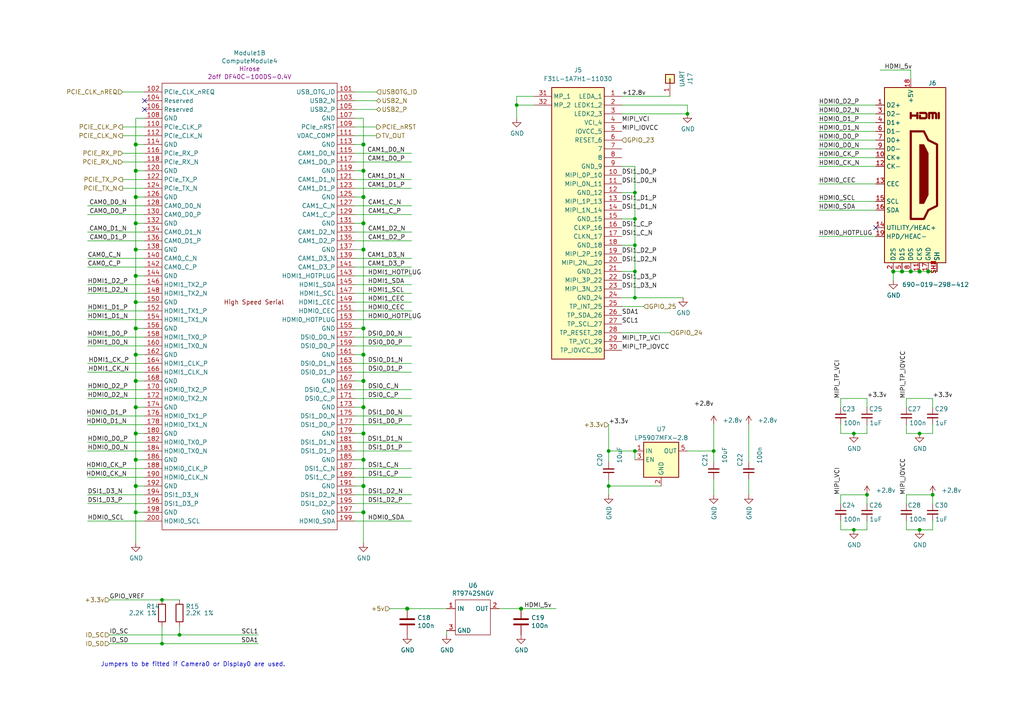
<source format=kicad_sch>
(kicad_sch (version 20250114) (generator "eeschema") (generator_version "9.0")
  (paper "A4")
  (title_block (title "NFC terminal carreir board") (date "2025-08-16") (rev "1") (company "Grigorii Merkushev (aka brushknight)") (comment 1 "brushknight.com"))
  (text "Jumpers to be fitted if Camera0 or Display0 are used.\n" (at 82.804 193.548 0) (effects (font (size 1.27 1.27)) (justify right bottom)))
  (junction (at 149.86 30.48))
  (junction (at 105.41 110.49) (diameter 1.016))
  (junction (at 247.65 125.73))
  (junction (at 105.41 49.53) (diameter 1.016))
  (junction (at 39.37 72.39) (diameter 1.016))
  (junction (at 105.41 140.97) (diameter 1.016))
  (junction (at 39.37 57.15) (diameter 1.016))
  (junction (at 270.51 143.51))
  (junction (at 39.37 110.49) (diameter 1.016))
  (junction (at 105.41 41.91) (diameter 1.016))
  (junction (at 39.37 49.53) (diameter 1.016))
  (junction (at 184.15 86.36))
  (junction (at 105.41 57.15) (diameter 1.016))
  (junction (at 269.24 78.74) (diameter 1.016))
  (junction (at 259.08 78.74) (diameter 1.016))
  (junction (at 105.41 133.35) (diameter 1.016))
  (junction (at 184.15 71.12))
  (junction (at 39.37 140.97) (diameter 1.016))
  (junction (at 199.39 33.02))
  (junction (at 105.41 64.77) (diameter 1.016))
  (junction (at 39.37 87.63) (diameter 1.016))
  (junction (at 46.99 173.99))
  (junction (at 264.16 78.74) (diameter 1.016))
  (junction (at 266.7 125.73))
  (junction (at 105.41 148.59) (diameter 1.016))
  (junction (at 176.53 130.81))
  (junction (at 176.53 140.97))
  (junction (at 207.01 130.81))
  (junction (at 39.37 118.11) (diameter 1.016))
  (junction (at 184.15 130.81))
  (junction (at 251.46 143.51))
  (junction (at 105.41 102.87) (diameter 1.016))
  (junction (at 247.65 153.67))
  (junction (at 39.37 148.59) (diameter 1.016))
  (junction (at 184.15 78.74))
  (junction (at 105.41 118.11) (diameter 1.016))
  (junction (at 118.11 176.53) (diameter 1.016))
  (junction (at 39.37 64.77) (diameter 1.016))
  (junction (at 39.37 125.73) (diameter 1.016))
  (junction (at 46.99 186.69))
  (junction (at 39.37 133.35) (diameter 1.016))
  (junction (at 105.41 95.25) (diameter 1.016))
  (junction (at 52.07 184.15))
  (junction (at 39.37 41.91) (diameter 1.016))
  (junction (at 105.41 72.39) (diameter 1.016))
  (junction (at 39.37 80.01) (diameter 1.016))
  (junction (at 266.7 78.74) (diameter 1.016))
  (junction (at 184.15 63.5))
  (junction (at 39.37 102.87) (diameter 1.016))
  (junction (at 39.37 95.25) (diameter 1.016))
  (junction (at 105.41 125.73) (diameter 1.016))
  (junction (at 266.7 153.67))
  (junction (at 261.62 78.74) (diameter 1.016))
  (junction (at 151.13 176.53) (diameter 1.016))
  (junction (at 184.15 55.88))
  (no_connect (at 254 66.04))
  (no_connect (at 41.91 31.75))
  (no_connect (at 41.91 29.21))
  (wire (pts (xy 102.87 41.91) (xy 105.41 41.91)))
  (wire (pts (xy 184.15 86.36) (xy 198.12 86.36)))
  (wire (pts (xy 39.37 80.01) (xy 39.37 87.63)))
  (wire (pts (xy 41.91 62.23) (xy 25.4 62.23)))
  (wire (pts (xy 39.37 41.91) (xy 41.91 41.91)))
  (wire (pts (xy 184.15 71.12) (xy 180.34 71.12)))
  (wire (pts (xy 105.41 41.91) (xy 105.41 34.29)))
  (wire (pts (xy 237.49 38.1) (xy 254 38.1)))
  (wire (pts (xy 102.87 29.21) (xy 109.22 29.21)))
  (wire (pts (xy 25.4 82.55) (xy 41.91 82.55)))
  (wire (pts (xy 251.46 143.51) (xy 251.46 146.05)))
  (wire (pts (xy 102.87 59.69) (xy 119.38 59.69)))
  (wire (pts (xy 41.91 44.45) (xy 35.56 44.45)))
  (wire (pts (xy 199.39 130.81) (xy 207.01 130.81)))
  (wire (pts (xy 251.46 153.67) (xy 251.46 151.13)))
  (wire (pts (xy 176.53 140.97) (xy 176.53 143.51)))
  (wire (pts (xy 102.87 113.03) (xy 119.38 113.03)))
  (wire (pts (xy 119.38 130.81) (xy 102.87 130.81)))
  (wire (pts (xy 102.87 148.59) (xy 105.41 148.59)))
  (wire (pts (xy 184.15 78.74) (xy 180.34 78.74)))
  (wire (pts (xy 237.49 40.64) (xy 254 40.64)))
  (wire (pts (xy 243.84 146.05) (xy 243.84 143.51)))
  (wire (pts (xy 105.41 64.77) (xy 105.41 57.15)))
  (wire (pts (xy 180.34 30.48) (xy 199.39 30.48)))
  (wire (pts (xy 46.99 173.99) (xy 52.07 173.99)))
  (wire (pts (xy 151.13 176.53) (xy 161.29 176.53)))
  (wire (pts (xy 129.54 182.88) (xy 129.54 184.15)))
  (wire (pts (xy 102.87 107.95) (xy 119.38 107.95)))
  (wire (pts (xy 102.87 67.31) (xy 119.38 67.31)))
  (wire (pts (xy 207.01 130.81) (xy 207.01 133.985)))
  (wire (pts (xy 39.37 140.97) (xy 39.37 148.59)))
  (wire (pts (xy 39.37 125.73) (xy 39.37 133.35)))
  (wire (pts (xy 39.37 102.87) (xy 41.91 102.87)))
  (wire (pts (xy 46.99 181.61) (xy 46.99 186.69)))
  (wire (pts (xy 176.53 139.065) (xy 176.53 140.97)))
  (wire (pts (xy 184.15 63.5) (xy 184.15 71.12)))
  (wire (pts (xy 119.38 120.65) (xy 102.87 120.65)))
  (wire (pts (xy 119.38 52.07) (xy 102.87 52.07)))
  (wire (pts (xy 102.87 90.17) (xy 119.38 90.17)))
  (wire (pts (xy 237.49 68.58) (xy 254 68.58)))
  (wire (pts (xy 35.56 54.61) (xy 41.91 54.61)))
  (wire (pts (xy 105.41 72.39) (xy 105.41 95.25)))
  (wire (pts (xy 262.89 151.13) (xy 262.89 153.67)))
  (wire (pts (xy 39.37 148.59) (xy 39.37 157.48)))
  (wire (pts (xy 119.38 54.61) (xy 102.87 54.61)))
  (wire (pts (xy 237.49 43.18) (xy 254 43.18)))
  (wire (pts (xy 39.37 110.49) (xy 41.91 110.49)))
  (wire (pts (xy 25.4 74.93) (xy 41.91 74.93)))
  (wire (pts (xy 39.37 57.15) (xy 41.91 57.15)))
  (wire (pts (xy 39.37 87.63) (xy 41.91 87.63)))
  (wire (pts (xy 243.84 153.67) (xy 247.65 153.67)))
  (wire (pts (xy 39.37 110.49) (xy 39.37 118.11)))
  (wire (pts (xy 41.91 148.59) (xy 39.37 148.59)))
  (wire (pts (xy 102.87 102.87) (xy 105.41 102.87)))
  (wire (pts (xy 41.91 138.43) (xy 25.4 138.43)))
  (wire (pts (xy 35.56 52.07) (xy 41.91 52.07)))
  (wire (pts (xy 262.89 153.67) (xy 266.7 153.67)))
  (wire (pts (xy 237.49 58.42) (xy 254 58.42)))
  (wire (pts (xy 105.41 110.49) (xy 105.41 118.11)))
  (wire (pts (xy 105.41 57.15) (xy 105.41 49.53)))
  (wire (pts (xy 237.49 45.72) (xy 254 45.72)))
  (wire (pts (xy 25.4 130.81) (xy 41.91 130.81)))
  (wire (pts (xy 237.49 60.96) (xy 254 60.96)))
  (wire (pts (xy 41.91 120.65) (xy 25.4 120.65)))
  (wire (pts (xy 259.08 78.74) (xy 261.62 78.74)))
  (wire (pts (xy 39.37 133.35) (xy 39.37 140.97)))
  (wire (pts (xy 270.51 125.73) (xy 270.51 123.19)))
  (wire (pts (xy 105.41 49.53) (xy 105.41 41.91)))
  (wire (pts (xy 149.86 30.48) (xy 149.86 34.29)))
  (wire (pts (xy 180.34 48.26) (xy 184.15 48.26)))
  (wire (pts (xy 184.15 130.81) (xy 176.53 130.81)))
  (wire (pts (xy 237.49 30.48) (xy 254 30.48)))
  (wire (pts (xy 41.91 135.89) (xy 25.4 135.89)))
  (wire (pts (xy 41.91 123.19) (xy 25.4 123.19)))
  (wire (pts (xy 41.91 69.85) (xy 25.4 69.85)))
  (wire (pts (xy 39.37 95.25) (xy 39.37 102.87)))
  (wire (pts (xy 102.87 143.51) (xy 119.38 143.51)))
  (wire (pts (xy 266.7 153.67) (xy 270.51 153.67)))
  (wire (pts (xy 102.87 133.35) (xy 105.41 133.35)))
  (wire (pts (xy 25.4 92.71) (xy 41.91 92.71)))
  (wire (pts (xy 180.34 96.52) (xy 194.31 96.52)))
  (wire (pts (xy 154.94 30.48) (xy 149.86 30.48)))
  (wire (pts (xy 35.56 36.83) (xy 41.91 36.83)))
  (wire (pts (xy 237.49 48.26) (xy 254 48.26)))
  (wire (pts (xy 176.53 140.97) (xy 191.77 140.97)))
  (wire (pts (xy 266.7 78.74) (xy 269.24 78.74)))
  (wire (pts (xy 243.84 143.51) (xy 251.46 143.51)))
  (wire (pts (xy 259.08 78.74) (xy 259.08 81.28)))
  (wire (pts (xy 39.37 49.53) (xy 39.37 57.15)))
  (wire (pts (xy 102.87 118.11) (xy 105.41 118.11)))
  (wire (pts (xy 266.7 125.73) (xy 270.51 125.73)))
  (wire (pts (xy 102.87 80.01) (xy 119.38 80.01)))
  (wire (pts (xy 184.15 48.26) (xy 184.15 55.88)))
  (wire (pts (xy 102.87 85.09) (xy 119.38 85.09)))
  (wire (pts (xy 39.37 125.73) (xy 41.91 125.73)))
  (wire (pts (xy 255.27 20.32) (xy 264.16 20.32)))
  (wire (pts (xy 184.15 130.81) (xy 184.15 133.35)))
  (wire (pts (xy 270.51 143.51) (xy 270.51 146.05)))
  (wire (pts (xy 119.38 44.45) (xy 102.87 44.45)))
  (wire (pts (xy 176.53 130.81) (xy 176.53 133.985)))
  (wire (pts (xy 144.78 176.53) (xy 151.13 176.53)))
  (wire (pts (xy 39.37 118.11) (xy 41.91 118.11)))
  (wire (pts (xy 102.87 57.15) (xy 105.41 57.15)))
  (wire (pts (xy 41.91 67.31) (xy 25.4 67.31)))
  (wire (pts (xy 119.38 100.33) (xy 102.87 100.33)))
  (wire (pts (xy 102.87 95.25) (xy 105.41 95.25)))
  (wire (pts (xy 270.51 115.57) (xy 270.51 118.11)))
  (wire (pts (xy 237.49 33.02) (xy 254 33.02)))
  (wire (pts (xy 102.87 62.23) (xy 119.38 62.23)))
  (wire (pts (xy 184.15 78.74) (xy 184.15 86.36)))
  (wire (pts (xy 39.37 95.25) (xy 41.91 95.25)))
  (wire (pts (xy 31.75 173.99) (xy 46.99 173.99)))
  (wire (pts (xy 25.4 97.79) (xy 41.91 97.79)))
  (wire (pts (xy 39.37 64.77) (xy 39.37 72.39)))
  (wire (pts (xy 102.87 110.49) (xy 105.41 110.49)))
  (wire (pts (xy 118.11 176.53) (xy 129.54 176.53)))
  (wire (pts (xy 105.41 34.29) (xy 102.87 34.29)))
  (wire (pts (xy 25.4 100.33) (xy 41.91 100.33)))
  (wire (pts (xy 176.53 130.81) (xy 176.53 123.19)))
  (wire (pts (xy 184.15 71.12) (xy 184.15 78.74)))
  (wire (pts (xy 105.41 148.59) (xy 105.41 157.48)))
  (wire (pts (xy 262.89 123.19) (xy 262.89 125.73)))
  (wire (pts (xy 105.41 102.87) (xy 105.41 110.49)))
  (wire (pts (xy 262.89 118.11) (xy 262.89 115.57)))
  (wire (pts (xy 25.4 128.27) (xy 41.91 128.27)))
  (wire (pts (xy 39.37 118.11) (xy 39.37 125.73)))
  (wire (pts (xy 41.91 59.69) (xy 25.4 59.69)))
  (wire (pts (xy 184.15 55.88) (xy 184.15 63.5)))
  (wire (pts (xy 247.65 125.73) (xy 251.46 125.73)))
  (wire (pts (xy 25.4 113.03) (xy 41.91 113.03)))
  (wire (pts (xy 35.56 26.67) (xy 41.91 26.67)))
  (wire (pts (xy 102.87 138.43) (xy 119.38 138.43)))
  (wire (pts (xy 25.4 151.13) (xy 41.91 151.13)))
  (wire (pts (xy 102.87 69.85) (xy 119.38 69.85)))
  (wire (pts (xy 184.15 86.36) (xy 180.34 86.36)))
  (wire (pts (xy 39.37 57.15) (xy 39.37 64.77)))
  (wire (pts (xy 243.84 123.19) (xy 243.84 125.73)))
  (wire (pts (xy 105.41 133.35) (xy 105.41 140.97)))
  (wire (pts (xy 243.84 115.57) (xy 251.46 115.57)))
  (wire (pts (xy 39.37 41.91) (xy 39.37 49.53)))
  (wire (pts (xy 105.41 125.73) (xy 105.41 133.35)))
  (wire (pts (xy 102.87 125.73) (xy 105.41 125.73)))
  (wire (pts (xy 119.38 77.47) (xy 102.87 77.47)))
  (wire (pts (xy 251.46 115.57) (xy 251.46 118.11)))
  (wire (pts (xy 180.34 88.9) (xy 186.69 88.9)))
  (wire (pts (xy 41.91 34.29) (xy 39.37 34.29)))
  (wire (pts (xy 264.16 20.32) (xy 264.16 22.86)))
  (wire (pts (xy 262.89 115.57) (xy 270.51 115.57)))
  (wire (pts (xy 102.87 87.63) (xy 119.38 87.63)))
  (wire (pts (xy 39.37 87.63) (xy 39.37 95.25)))
  (wire (pts (xy 102.87 64.77) (xy 105.41 64.77)))
  (wire (pts (xy 39.37 72.39) (xy 39.37 80.01)))
  (wire (pts (xy 119.38 74.93) (xy 102.87 74.93)))
  (wire (pts (xy 102.87 140.97) (xy 105.41 140.97)))
  (wire (pts (xy 46.99 186.69) (xy 74.93 186.69)))
  (wire (pts (xy 102.87 31.75) (xy 109.22 31.75)))
  (wire (pts (xy 102.87 105.41) (xy 119.38 105.41)))
  (wire (pts (xy 102.87 146.05) (xy 119.38 146.05)))
  (wire (pts (xy 52.07 181.61) (xy 52.07 184.15)))
  (wire (pts (xy 41.91 107.95) (xy 25.4 107.95)))
  (wire (pts (xy 217.17 139.065) (xy 217.17 143.51)))
  (wire (pts (xy 237.49 53.34) (xy 254 53.34)))
  (wire (pts (xy 39.37 102.87) (xy 39.37 110.49)))
  (wire (pts (xy 52.07 184.15) (xy 31.75 184.15)))
  (wire (pts (xy 41.91 140.97) (xy 39.37 140.97)))
  (wire (pts (xy 102.87 135.89) (xy 119.38 135.89)))
  (wire (pts (xy 102.87 92.71) (xy 119.38 92.71)))
  (wire (pts (xy 41.91 46.99) (xy 35.56 46.99)))
  (wire (pts (xy 154.94 27.94) (xy 149.86 27.94)))
  (wire (pts (xy 39.37 72.39) (xy 41.91 72.39)))
  (wire (pts (xy 243.84 118.11) (xy 243.84 115.57)))
  (wire (pts (xy 149.86 27.94) (xy 149.86 30.48)))
  (wire (pts (xy 25.4 115.57) (xy 41.91 115.57)))
  (wire (pts (xy 25.4 77.47) (xy 41.91 77.47)))
  (wire (pts (xy 102.87 72.39) (xy 105.41 72.39)))
  (wire (pts (xy 113.03 176.53) (xy 118.11 176.53)))
  (wire (pts (xy 119.38 123.19) (xy 102.87 123.19)))
  (wire (pts (xy 180.34 27.94) (xy 194.31 27.94)))
  (wire (pts (xy 119.38 46.99) (xy 102.87 46.99)))
  (wire (pts (xy 237.49 35.56) (xy 254 35.56)))
  (wire (pts (xy 105.41 118.11) (xy 105.41 125.73)))
  (wire (pts (xy 119.38 97.79) (xy 102.87 97.79)))
  (wire (pts (xy 119.38 128.27) (xy 102.87 128.27)))
  (wire (pts (xy 262.89 146.05) (xy 262.89 143.51)))
  (wire (pts (xy 102.87 36.83) (xy 109.22 36.83)))
  (wire (pts (xy 25.4 146.05) (xy 41.91 146.05)))
  (wire (pts (xy 262.89 125.73) (xy 266.7 125.73)))
  (wire (pts (xy 105.41 140.97) (xy 105.41 148.59)))
  (wire (pts (xy 105.41 95.25) (xy 105.41 102.87)))
  (wire (pts (xy 184.15 55.88) (xy 180.34 55.88)))
  (wire (pts (xy 269.24 78.74) (xy 271.78 78.74)))
  (wire (pts (xy 25.4 90.17) (xy 41.91 90.17)))
  (wire (pts (xy 199.39 30.48) (xy 199.39 33.02)))
  (wire (pts (xy 39.37 64.77) (xy 41.91 64.77)))
  (wire (pts (xy 25.4 85.09) (xy 41.91 85.09)))
  (wire (pts (xy 39.37 133.35) (xy 41.91 133.35)))
  (wire (pts (xy 217.17 123.19) (xy 217.17 133.985)))
  (wire (pts (xy 105.41 72.39) (xy 105.41 64.77)))
  (wire (pts (xy 46.99 186.69) (xy 31.75 186.69)))
  (wire (pts (xy 180.34 33.02) (xy 199.39 33.02)))
  (wire (pts (xy 243.84 125.73) (xy 247.65 125.73)))
  (wire (pts (xy 52.07 184.15) (xy 74.93 184.15)))
  (wire (pts (xy 184.15 63.5) (xy 180.34 63.5)))
  (wire (pts (xy 102.87 115.57) (xy 119.38 115.57)))
  (wire (pts (xy 39.37 34.29) (xy 39.37 41.91)))
  (wire (pts (xy 35.56 39.37) (xy 41.91 39.37)))
  (wire (pts (xy 41.91 105.41) (xy 25.4 105.41)))
  (wire (pts (xy 243.84 151.13) (xy 243.84 153.67)))
  (wire (pts (xy 39.37 80.01) (xy 41.91 80.01)))
  (wire (pts (xy 39.37 49.53) (xy 41.91 49.53)))
  (wire (pts (xy 261.62 78.74) (xy 264.16 78.74)))
  (wire (pts (xy 262.89 143.51) (xy 270.51 143.51)))
  (wire (pts (xy 102.87 151.13) (xy 119.38 151.13)))
  (wire (pts (xy 247.65 153.67) (xy 251.46 153.67)))
  (wire (pts (xy 109.22 26.67) (xy 102.87 26.67)))
  (wire (pts (xy 25.4 143.51) (xy 41.91 143.51)))
  (wire (pts (xy 102.87 49.53) (xy 105.41 49.53)))
  (wire (pts (xy 251.46 125.73) (xy 251.46 123.19)))
  (wire (pts (xy 207.01 130.81) (xy 207.01 123.19)))
  (wire (pts (xy 102.87 39.37) (xy 109.22 39.37)))
  (wire (pts (xy 264.16 78.74) (xy 266.7 78.74)))
  (wire (pts (xy 270.51 153.67) (xy 270.51 151.13)))
  (wire (pts (xy 207.01 139.065) (xy 207.01 143.51)))
  (wire (pts (xy 102.87 82.55) (xy 119.38 82.55)))
  (label "+2.8v" (at 207.01 118.11 180))
  (label "DSI1_D2_N" (at 180.34 76.2 0))
  (label "DSI1_D2_P" (at 180.34 73.66 0))
  (label "HDMI0_CK_P" (at 36.83 135.89 180))
  (label "HDMI1_HOTPLUG" (at 106.68 80.01 0))
  (label "HDMI0_D2_N" (at 237.49 33.02 0))
  (label "DSI0_C_P" (at 106.68 115.57 0))
  (label "SCL1" (at 74.93 184.15 180))
  (label "HDMI0_D2_N" (at 25.4 115.57 0))
  (label "HDMI0_D0_P" (at 237.49 40.64 0))
  (label "DSI1_D0_N" (at 116.84 120.65 180))
  (label "HDMI0_SDA" (at 106.68 151.13 0))
  (label "DSI1_D1_N" (at 180.34 60.96 0))
  (label "CAM0_D0_P" (at 36.83 62.23 180))
  (label "HDMI0_D0_N" (at 237.49 43.18 0))
  (label "HDMI0_SCL" (at 237.49 58.42 0))
  (label "GPIO_VREF" (at 31.75 173.99 0))
  (label "HDMI0_HOTPLUG" (at 106.68 92.71 0))
  (label "DSI1_D1_N" (at 116.84 128.27 180))
  (label "MIPI_TP_IOVCC" (at 262.89 115.57 90))
  (label "CAM0_C_P" (at 25.4 77.47 0))
  (label "CAM0_D1_P" (at 36.83 69.85 180))
  (label "DSI1_D3_P" (at 180.34 81.28 0))
  (label "HDMI0_CK_N" (at 36.83 138.43 180))
  (label "CAM1_D3_N" (at 117.475 74.93 180))
  (label "CAM0_D0_N" (at 36.83 59.69 180))
  (label "DSI1_D0_P" (at 116.84 123.19 180))
  (label "HDMI_5v" (at 256.54 20.32 0))
  (label "MIPI_VCI" (at 243.84 143.51 90))
  (label "+3.3v" (at 251.46 115.57 0))
  (label "HDMI0_CK_N" (at 237.49 48.26 0))
  (label "HDMI0_SCL" (at 25.4 151.13 0))
  (label "CAM1_D0_N" (at 117.475 44.45 180))
  (label "HDMI1_D0_N" (at 25.4 100.33 0))
  (label "CAM1_D2_P" (at 106.68 69.85 0))
  (label "DSI1_C_P" (at 106.68 138.43 0))
  (label "HDMI0_HOTPLUG" (at 237.49 68.58 0))
  (label "HDMI0_D1_P" (at 36.83 120.65 180))
  (label "CAM1_C_P" (at 106.68 62.23 0))
  (label "MIPI_TP_VCI" (at 243.84 115.57 90))
  (label "+3.3v" (at 270.51 115.57 0))
  (label "DSI0_C_N" (at 106.68 113.03 0))
  (label "DSI1_D1_P" (at 116.84 130.81 180))
  (label "CAM1_D0_P" (at 117.475 46.99 180))
  (label "MIPI_VCI" (at 180.34 35.56 0))
  (label "HDMI0_D0_N" (at 25.4 130.81 0))
  (label "HDMI0_D0_P" (at 25.4 128.27 0))
  (label "CAM1_D3_P" (at 117.475 77.47 180))
  (label "HDMI0_D1_N" (at 36.83 123.19 180))
  (label "CAM1_D1_N" (at 117.475 52.07 180))
  (label "DSI0_D0_N" (at 116.84 97.79 180))
  (label "DSI1_D3_P" (at 25.4 146.05 0))
  (label "DSI1_D1_P" (at 180.34 58.42 0))
  (label "HDMI1_D0_P" (at 25.4 97.79 0))
  (label "HDMI0_CK_P" (at 237.49 45.72 0))
  (label "DSI0_D1_N" (at 106.68 105.41 0))
  (label "DSI1_D0_N" (at 180.34 53.34 0))
  (label "MIPI_IOVCC" (at 180.34 38.1 0))
  (label "SDA1" (at 74.93 186.69 180))
  (label "DSI1_D0_P" (at 180.34 50.8 0))
  (label "+3.3v" (at 176.53 123.19 0))
  (label "MIPI_TP_IOVCC" (at 180.34 101.6 0))
  (label "SCL1" (at 180.34 93.98 0))
  (label "HDMI1_D1_N" (at 25.4 92.71 0))
  (label "HDMI_5v" (at 160.02 176.53 180))
  (label "DSI1_D3_N" (at 180.34 83.82 0))
  (label "HDMI1_CK_P" (at 37.465 105.41 180))
  (label "CAM1_D1_P" (at 117.475 54.61 180))
  (label "HDMI1_SDA" (at 106.68 82.55 0))
  (label "DSI0_D1_P" (at 106.68 107.95 0))
  (label "DSI1_C_N" (at 180.34 68.58 0))
  (label "SDA1" (at 180.34 91.44 0))
  (label "+12.8v" (at 180.34 27.94 0))
  (label "HDMI1_D2_N" (at 25.4 85.09 0))
  (label "HDMI0_CEC" (at 106.68 90.17 0))
  (label "HDMI0_D2_P" (at 25.4 113.03 0))
  (label "HDMI0_SDA" (at 237.49 60.96 0))
  (label "DSI1_D3_N" (at 25.4 143.51 0))
  (label "ID_SC" (at 31.75 184.15 0))
  (label "CAM1_C_N" (at 106.68 59.69 0))
  (label "CAM0_C_N" (at 25.4 74.93 0))
  (label "MIPI_IOVCC" (at 262.89 143.51 90))
  (label "HDMI1_SCL" (at 106.68 85.09 0))
  (label "HDMI0_D2_P" (at 237.49 30.48 0))
  (label "MIPI_TP_VCI" (at 180.34 99.06 0))
  (label "HDMI1_D2_P" (at 25.4 82.55 0))
  (label "DSI1_D2_P" (at 106.68 146.05 0))
  (label "ID_SD" (at 31.75 186.69 0))
  (label "HDMI0_D1_P" (at 237.49 35.56 0))
  (label "HDMI0_CEC" (at 237.49 53.34 0))
  (label "HDMI1_D1_P" (at 25.4 90.17 0))
  (label "DSI0_D0_P" (at 116.84 100.33 180))
  (label "HDMI0_D1_N" (at 237.49 38.1 0))
  (label "DSI1_C_P" (at 180.34 66.04 0))
  (label "DSI1_D2_N" (at 106.68 143.51 0))
  (label "HDMI1_CK_N" (at 37.465 107.95 180))
  (label "CAM1_D2_N" (at 106.68 67.31 0))
  (label "HDMI1_CEC" (at 106.68 87.63 0))
  (label "DSI1_C_N" (at 106.68 135.89 0))
  (label "CAM0_D1_N" (at 36.83 67.31 180))
  (hierarchical_label "PCIE_RX_P" (shape input) (at 35.56 44.45 180))
  (hierarchical_label "TV_OUT" (shape output) (at 109.22 39.37 0))
  (hierarchical_label "PCIE_CLK_N" (shape output) (at 35.56 39.37 180))
  (hierarchical_label "PCIE_nRST" (shape output) (at 109.22 36.83 0))
  (hierarchical_label "ID_SC" (shape input) (at 31.75 184.15 180))
  (hierarchical_label "PCIE_RX_N" (shape input) (at 35.56 46.99 180))
  (hierarchical_label "GPIO_25" (shape input) (at 186.69 88.9 0))
  (hierarchical_label "GPIO_23" (shape input) (at 180.34 40.64 0))
  (hierarchical_label "ID_SD" (shape input) (at 31.75 186.69 180))
  (hierarchical_label "PCIE_CLK_nREQ" (shape input) (at 35.56 26.67 180))
  (hierarchical_label "GPIO_24" (shape input) (at 194.31 96.52 0))
  (hierarchical_label "USBOTG_ID" (shape input) (at 109.22 26.67 0))
  (hierarchical_label "+3.3v" (shape input) (at 31.75 173.99 180))
  (hierarchical_label "+3.3v" (shape input) (at 176.53 123.19 180))
  (hierarchical_label "USB2_P" (shape bidirectional) (at 109.22 31.75 0))
  (hierarchical_label "PCIE_TX_N" (shape output) (at 35.56 54.61 180))
  (hierarchical_label "+5v" (shape input) (at 113.03 176.53 180))
  (hierarchical_label "PCIE_TX_P" (shape output) (at 35.56 52.07 180))
  (hierarchical_label "USB2_N" (shape bidirectional) (at 109.22 29.21 0))
  (hierarchical_label "PCIE_CLK_P" (shape output) (at 35.56 36.83 180))
  (symbol (lib_id "power:GND") (at 259.08 81.28 0) (unit 1)
    (property "Reference" "#PWR042" (effects (hide yes)))
    (property "Value" "GND" (at 259.207 85.6742 0))
  )
  (symbol (lib_id "power:GND") (at 105.41 157.48 0) (unit 1)
    (property "Reference" "#PWR027" (effects (hide yes)))
    (property "Value" "GND" (at 105.537 161.8742 0))
  )
  (symbol (lib_id "power:GND") (at 39.37 157.48 0) (unit 1)
    (property "Reference" "#PWR026" (effects (hide yes)))
    (property "Value" "GND" (at 39.497 161.8742 0))
  )
  (symbol (lib_id "Device:R") (at 46.99 177.8 0) (unit 1)
    (property "Reference" "R14" (at 42.418 175.895 0) (effects (justify left)))
    (property "Value" "2.2K 1%" (at 37.338 177.8 0) (effects (justify left)))
    (property "Footprint" "Resistor_SMD:R_0402_1005Metric" (effects (hide yes)))
    (property "Datasheet" "https://fscdn.rohm.com/en/products/databook/datasheet/passive/resistor/chip_resistor/mcr-e.pdf" (effects (hide yes)))
    (property "Field4" "Farnell" (effects (hide yes)))
    (property "Field5" "9239278" (effects (hide yes)))
    (property "Field7" "KOA EUROPE GMBH" (effects (hide yes)))
    (property "Field6" "RK73G1ETQTP2201D         " (effects (hide yes)))
    (property "Part Description" "Resistor 2.2K M1005 1% 63mW" (effects (hide yes)))
    (property "Field8" "120889581" (effects (hide yes)))
    (property "LCSC" "C114762" (effects (hide yes)))
  )
  (symbol (lib_id "Device:R") (at 52.07 177.8 0) (unit 1)
    (property "Reference" "R15" (at 53.848 175.895 0) (effects (justify left)))
    (property "Value" "2.2K 1%" (at 53.848 177.8 0) (effects (justify left)))
    (property "Footprint" "Resistor_SMD:R_0402_1005Metric" (effects (hide yes)))
    (property "Datasheet" "https://fscdn.rohm.com/en/products/databook/datasheet/passive/resistor/chip_resistor/mcr-e.pdf" (effects (hide yes)))
    (property "Field4" "Farnell" (effects (hide yes)))
    (property "Field5" "9239278" (effects (hide yes)))
    (property "Field7" "KOA EUROPE GMBH" (effects (hide yes)))
    (property "Field6" "RK73G1ETQTP2201D         " (effects (hide yes)))
    (property "Part Description" "Resistor 2.2K M1005 1% 63mW" (effects (hide yes)))
    (property "Field8" "120889581" (effects (hide yes)))
    (property "LCSC" "C114762" (effects (hide yes)))
  )
  (symbol (lib_id "CM4IO:HDMI_A_1.4") (at 264.16 50.8 0) (unit 1)
    (property "Reference" "J6" (at 269.24 24.13 0) (effects (justify left)))
    (property "Value" "690-019-298-412" (at 261.62 82.55 0) (effects (justify left)))
    (property "Footprint" "Connector_Video:HDMI_Micro-D_Molex_46765-1x01" (effects (hide yes)))
    (property "Datasheet" "https://www.tme.eu/Document/f15dffbcfad8545e17826f72d36911c8/206A-SEAN-R03.pdf" (effects (hide yes)))
    (property "Field4" "Farnell" (effects (hide yes)))
    (property "Field5" "2614936" (effects (hide yes)))
    (property "Field6" "690-019-298-412" (effects (hide yes)))
    (property "Field7" "EDAC" (effects (hide yes)))
    (property "Part Description" "HDMI Connector, Right Angle, 19 Contacts, Receptacle, Surface Mount, Surface Mount Right Angle" (effects (hide yes)))
    (property "Field8" "UCON00802" (effects (hide yes)))
    (property "LCSC" "C563878" (effects (hide yes)))
    (property "FT Position Offset" "0,2.413" (effects (hide yes)))
  )
  (symbol (lib_id "Device:C") (at 151.13 180.34 0) (unit 1)
    (property "Reference" "C19" (at 154.051 179.1716 0) (effects (justify left)))
    (property "Value" "100n" (at 154.051 181.483 0) (effects (justify left)))
    (property "Footprint" "Capacitor_SMD:C_0402_1005Metric" (effects (hide yes)))
    (property "Datasheet" "https://search.murata.co.jp/Ceramy/image/img/A01X/G101/ENG/GRM155R71C104KA88-01.pdf" (effects (hide yes)))
    (property "Field4" "Farnell" (effects (hide yes)))
    (property "Field5" "2611911" (effects (hide yes)))
    (property "Field6" "RM EMK105 B7104KV-F" (effects (hide yes)))
    (property "Field7" "TAIYO YUDEN EUROPE GMBH" (effects (hide yes)))
    (property "Part Description" "	0.1uF 10% 16V Ceramic Capacitor X7R 0402 (1005 Metric)" (effects (hide yes)))
    (property "Field8" "110091611" (effects (hide yes)))
    (property "LCSC" "C1525" (effects (hide yes)))
  )
  (symbol (lib_id "Device:C") (at 118.11 180.34 0) (unit 1)
    (property "Reference" "C18" (at 121.031 179.1716 0) (effects (justify left)))
    (property "Value" "100n" (at 121.031 181.483 0) (effects (justify left)))
    (property "Footprint" "Capacitor_SMD:C_0402_1005Metric" (effects (hide yes)))
    (property "Datasheet" "https://search.murata.co.jp/Ceramy/image/img/A01X/G101/ENG/GRM155R71C104KA88-01.pdf" (effects (hide yes)))
    (property "Field4" "Farnell" (effects (hide yes)))
    (property "Field5" "2611911" (effects (hide yes)))
    (property "Field6" "RM EMK105 B7104KV-F" (effects (hide yes)))
    (property "Field7" "TAIYO YUDEN EUROPE GMBH" (effects (hide yes)))
    (property "Part Description" "	0.1uF 10% 16V Ceramic Capacitor X7R 0402 (1005 Metric)" (effects (hide yes)))
    (property "Field8" "110091611" (effects (hide yes)))
    (property "LCSC" "C1525" (effects (hide yes)))
  )
  (symbol (lib_id "CM4IO:RT9742SNGV") (at 134.62 180.34 0) (unit 1)
    (property "Reference" "U6" (at 137.16 169.799 0))
    (property "Value" "RT9742SNGV" (at 137.16 172.1104 0))
    (property "Footprint" "Package_TO_SOT_SMD:SOT-23" (effects (hide yes)))
    (property "Datasheet" "https://www.richtek.com/assets/product_file/RT9742/DS9742-09.pdf" (effects (hide yes)))
    (property "Field4" "Farnell" (effects (hide yes)))
    (property "Field5" "2575555" (effects (hide yes)))
    (property "Field6" "RT9742SNGV" (effects (hide yes)))
    (property "Field7" "RichTek" (effects (hide yes)))
    (property "Part Description" "Power Switch/Driver 1:1 N-Channel 500mA SOT-23-3" (effects (hide yes)))
    (property "Field8" "USWI00155" (effects (hide yes)))
    (property "LCSC" "C3235509" (effects (hide yes)))
  )
  (symbol (lib_id "power:GND") (at 151.13 184.15 0) (unit 1)
    (property "Reference" "#PWR031" (effects (hide yes)))
    (property "Value" "GND" (at 151.257 188.5442 0))
  )
  (symbol (lib_id "power:GND") (at 118.11 184.15 0) (unit 1)
    (property "Reference" "#PWR028" (effects (hide yes)))
    (property "Value" "GND" (at 118.237 188.5442 0))
  )
  (symbol (lib_id "power:GND") (at 129.54 184.15 0) (unit 1)
    (property "Reference" "#PWR029" (effects (hide yes)))
    (property "Value" "GND" (at 129.667 188.5442 0))
  )
  (symbol (lib_id "CM4IO:ComputeModule4-CM4") (at -67.31 87.63 0) (unit 2)
    (property "Reference" "Module1" (at 72.39 15.367 0))
    (property "Value" "ComputeModule4" (at 72.39 17.6784 0))
    (property "Footprint" "CM4IO:Raspberry-Pi-4-Compute-Module" (effects (hide yes)))
    (property "Field4" "Hirose" (at 72.39 19.9644 0))
    (property "Field5" "2off DF40C-100DS-0.4V" (at 72.39 22.2758 0))
    (property "Field6" "2off DF40C-100DS-0.4V" (effects (hide yes)))
    (property "Field7" "Hirose" (effects (hide yes)))
    (property "Part Description" "	100 Position Connector Receptacle, Center Strip Contacts Surface Mount Gold" (effects (hide yes)))
    (property "LCSC" "C424649" (effects (hide yes)))
    (property "FT Rotation Offset" "90" (effects (hide yes)))
    (property "FT Position Offset" "-0.4445,21.5" (effects (hide yes)))
  )
  (symbol (lib_id "power:GND") (at 176.53 143.51 0) (unit 1)
    (property "Reference" "#PWR033" (effects (hide yes)))
    (property "Value" "GND" (at 176.657 146.7612 90) (effects (justify right)))
  )
  (symbol (lib_id "F31L-1A7H1-11030:F31L-1A7H1-11030") (at 154.94 27.94 0) (unit 1)
    (property "Reference" "J5" (at 167.64 20.32 0))
    (property "Value" "F31L-1A7H1-11030" (at 167.64 22.86 0))
    (property "Footprint" "F31L1A7H111030" (effects (hide yes)))
    (property "Datasheet" "https://cdn.amphenol-cs.com/media/wysiwyg/files/drawing/a-s0099-lf31l.pdf" (effects (hide yes)))
    (property "Description" "Flex Connector, 0.50mm Pitch, Height 2.55mm, Right angle, Flip type, ZIF, 30 position , With MYLAR" (effects (hide yes)))
    (property "Height" "2.75" (effects (hide yes)))
    (property "Mouser Part Number" "649-F31L-1A7H1-11030" (effects (hide yes)))
    (property "Mouser Price/Stock" "https://www.mouser.co.uk/ProductDetail/Amphenol-Aorora/F31L-1A7H1-11030?qs=xZ%2FP%252Ba9zWqba3JhFjnTbQA%3D%3D" (effects (hide yes)))
    (property "Manufacturer_Name" "Amphenol Communications Solutions" (effects (hide yes)))
    (property "Manufacturer_Part_Number" "F31L-1A7H1-11030" (effects (hide yes)))
    (property "LCSC" "C3169750" (effects (hide yes)))
  )
  (symbol (lib_id "power:+2V8") (at 270.51 143.51 0) (unit 1)
    (property "Reference" "#PWR059" (effects (hide yes)))
    (property "Value" "+2.8v" (at 273.05 142.2399 0) (effects (justify left)))
  )
  (symbol (lib_id "Connector_Generic:Conn_01x01") (at 194.31 22.86 270) (mirror x) (unit 1)
    (property "Reference" "J17" (at 200.152 22.86 0))
    (property "Value" "UART" (at 197.866 22.86 0))
    (property "Footprint" "Connector_PinHeader_2.54mm:PinHeader_1x01_P2.54mm_Vertical" (effects (hide yes)))
    (property "Description" "Generic connector, single row, 01x01, script generated (kicad-library-utils/schlib/autogen/connector/)" (effects (hide yes)))
    (property "Field4" "nf" (effects (hide yes)))
    (property "Field5" "nf" (effects (hide yes)))
    (property "Field6" "nf" (effects (hide yes)))
    (property "Field7" "nf" (effects (hide yes)))
    (property "Part Description" "3pin 0.1\" connector" (effects (hide yes)))
  )
  (symbol (lib_id "power:GND") (at 199.39 33.02 0) (unit 1)
    (property "Reference" "#PWR035" (effects (hide yes)))
    (property "Value" "GND" (at 199.517 37.4142 0))
  )
  (symbol (lib_id "Device:C_Small") (at 270.51 120.65 0) (unit 1)
    (property "Reference" "C29" (at 273.05 118.618 0))
    (property "Value" "1uF" (at 273.05 122.682 0))
    (property "Footprint" "Capacitor_SMD:C_0402_1005Metric" (effects (hide yes)))
    (property "Description" "Unpolarized capacitor, small symbol" (effects (hide yes)))
    (property "LCSC" " C52923" (effects (hide yes)))
  )
  (symbol (lib_id "power:GND") (at 247.65 153.67 0) (unit 1)
    (property "Reference" "#PWR041" (effects (hide yes)))
    (property "Value" "GND" (at 247.777 158.0642 0))
  )
  (symbol (lib_id "power:GND") (at 217.17 143.51 0) (unit 1)
    (property "Reference" "#PWR039" (effects (hide yes)))
    (property "Value" "GND" (at 217.297 146.7612 90) (effects (justify right)))
  )
  (symbol (lib_id "power:GND") (at 207.01 143.51 0) (unit 1)
    (property "Reference" "#PWR037" (effects (hide yes)))
    (property "Value" "GND" (at 207.137 146.7612 90) (effects (justify right)))
  )
  (symbol (lib_id "power:+2V8") (at 207.01 123.19 0) (unit 1)
    (property "Reference" "#PWR036" (effects (hide yes)))
    (property "Value" "+2.8v" (at 209.55 121.9199 0) (effects (justify left)))
  )
  (symbol (lib_id "Device:C_Small") (at 217.17 136.525 180) (unit 1)
    (property "Reference" "C22" (at 214.63 131.445 90) (effects (justify left)))
    (property "Value" "100n" (at 220.345 129.54 90) (effects (justify left)))
    (property "Footprint" "Capacitor_SMD:C_0402_1005Metric" (effects (hide yes)))
    (property "LCSC" "C1525" (effects (hide yes)))
  )
  (symbol (lib_id "Device:C_Small") (at 262.89 148.59 0) (unit 1)
    (property "Reference" "C28" (at 265.176 146.558 0))
    (property "Value" "100n" (at 266.192 150.622 0))
    (property "Footprint" "Capacitor_SMD:C_0402_1005Metric" (effects (hide yes)))
    (property "Description" "Unpolarized capacitor, small symbol" (effects (hide yes)))
    (property "LCSC" "C1525" (effects (hide yes)))
  )
  (symbol (lib_id "Device:C_Small") (at 243.84 148.59 0) (unit 1)
    (property "Reference" "C24" (at 246.126 146.558 0))
    (property "Value" "100n" (at 247.142 150.622 0))
    (property "Footprint" "Capacitor_SMD:C_0402_1005Metric" (effects (hide yes)))
    (property "Description" "Unpolarized capacitor, small symbol" (effects (hide yes)))
    (property "LCSC" "C1525" (effects (hide yes)))
  )
  (symbol (lib_id "Device:C_Small") (at 207.01 136.525 180) (unit 1)
    (property "Reference" "C21" (at 204.47 131.445 90) (effects (justify left)))
    (property "Value" "10uF" (at 210.185 129.54 90) (effects (justify left)))
    (property "Footprint" "Capacitor_SMD:C_0402_1005Metric" (effects (hide yes)))
    (property "LCSC" "C15525" (effects (hide yes)))
  )
  (symbol (lib_id "power:GND") (at 198.12 86.36 0) (unit 1)
    (property "Reference" "#PWR034" (effects (hide yes)))
    (property "Value" "GND" (at 198.247 90.7542 0))
  )
  (symbol (lib_id "power:+2V8") (at 251.46 143.51 0) (unit 1)
    (property "Reference" "#PWR058" (effects (hide yes)))
    (property "Value" "+2.8v" (at 254 142.2399 0) (effects (justify left)))
  )
  (symbol (lib_id "Device:C_Small") (at 176.53 136.525 180) (unit 1)
    (property "Reference" "C20" (at 173.99 131.445 90) (effects (justify left)))
    (property "Value" "10uF" (at 179.705 129.54 90) (effects (justify left)))
    (property "Footprint" "Capacitor_SMD:C_0402_1005Metric" (effects (hide yes)))
    (property "LCSC" "C15525" (effects (hide yes)))
  )
  (symbol (lib_id "power:GND") (at 247.65 125.73 0) (unit 1)
    (property "Reference" "#PWR040" (effects (hide yes)))
    (property "Value" "GND" (at 247.777 130.1242 0))
  )
  (symbol (lib_id "power:GND") (at 266.7 125.73 0) (unit 1)
    (property "Reference" "#PWR043" (effects (hide yes)))
    (property "Value" "GND" (at 266.827 130.1242 0))
  )
  (symbol (lib_id "Device:C_Small") (at 270.51 148.59 0) (unit 1)
    (property "Reference" "C30" (at 273.05 146.558 0))
    (property "Value" "1uF" (at 273.05 150.622 0))
    (property "Footprint" "Capacitor_SMD:C_0402_1005Metric" (effects (hide yes)))
    (property "Description" "Unpolarized capacitor, small symbol" (effects (hide yes)))
    (property "LCSC" " C52923" (effects (hide yes)))
  )
  (symbol (lib_id "Device:C_Small") (at 262.89 120.65 0) (unit 1)
    (property "Reference" "C27" (at 265.176 118.618 0))
    (property "Value" "100n" (at 266.192 122.682 0))
    (property "Footprint" "Capacitor_SMD:C_0402_1005Metric" (effects (hide yes)))
    (property "Description" "Unpolarized capacitor, small symbol" (effects (hide yes)))
    (property "LCSC" "C1525" (effects (hide yes)))
  )
  (symbol (lib_id "Device:C_Small") (at 251.46 148.59 0) (unit 1)
    (property "Reference" "C26" (at 254 146.558 0))
    (property "Value" "1uF" (at 254 150.622 0))
    (property "Footprint" "Capacitor_SMD:C_0402_1005Metric" (effects (hide yes)))
    (property "Description" "Unpolarized capacitor, small symbol" (effects (hide yes)))
    (property "LCSC" " C52923" (effects (hide yes)))
  )
  (symbol (lib_id "power:GND") (at 149.86 34.29 0) (unit 1)
    (property "Reference" "#PWR030" (effects (hide yes)))
    (property "Value" "GND" (at 149.987 38.6842 0))
  )
  (symbol (lib_id "Device:C_Small") (at 243.84 120.65 0) (unit 1)
    (property "Reference" "C23" (at 246.126 118.618 0))
    (property "Value" "100n" (at 247.142 122.682 0))
    (property "Footprint" "Capacitor_SMD:C_0402_1005Metric" (effects (hide yes)))
    (property "Description" "Unpolarized capacitor, small symbol" (effects (hide yes)))
    (property "LCSC" "C1525" (effects (hide yes)))
  )
  (symbol (lib_id "Regulator_Linear:LP5907MFX-2.8") (at 191.77 133.35 0) (unit 1)
    (property "Reference" "U7" (at 191.77 124.46 0))
    (property "Value" "LP5907MFX-2.8" (at 191.77 127 0))
    (property "Footprint" "Package_TO_SOT_SMD:SOT-23-5" (effects (hide yes)))
    (property "Datasheet" "http://www.ti.com/lit/ds/symlink/lp5907.pdf" (effects (hide yes)))
    (property "Shop" "https://www.mouser.es/ProductDetail/Texas-Instruments/LP5907MFX-2.8-NOPB?qs=biyDIajrTn5oMJBKg6r%2FuA%3D%3D" (effects (hide yes)))
    (property "Mouser" "595-LP5907MFX-2.8NPB " (effects (hide yes)))
    (property "LCSC" "C186700" (effects (hide yes)))
    (property "FT Rotation Offset" "90" (effects (hide yes)))
  )
  (symbol (lib_id "Device:C_Small") (at 251.46 120.65 0) (unit 1)
    (property "Reference" "C25" (at 254 118.618 0))
    (property "Value" "1uF" (at 254 122.682 0))
    (property "Footprint" "Capacitor_SMD:C_0402_1005Metric" (effects (hide yes)))
    (property "Description" "Unpolarized capacitor, small symbol" (effects (hide yes)))
    (property "LCSC" " C52923" (effects (hide yes)))
  )
  (symbol (lib_id "power:+2V8") (at 217.17 123.19 0) (unit 1)
    (property "Reference" "#PWR038" (effects (hide yes)))
    (property "Value" "+2.8v" (at 219.71 121.9199 0) (effects (justify left)))
  )
  (symbol (lib_id "power:GND") (at 266.7 153.67 0) (unit 1)
    (property "Reference" "#PWR044" (effects (hide yes)))
    (property "Value" "GND" (at 266.827 158.0642 0))
  )
)
</source>
